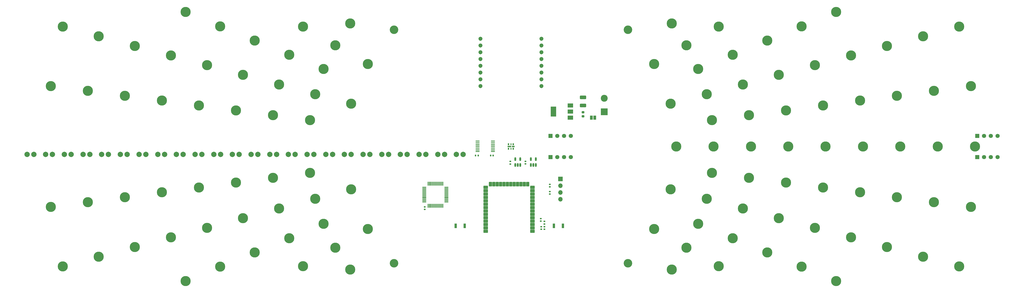
<source format=gbr>
%TF.GenerationSoftware,KiCad,Pcbnew,7.0.8*%
%TF.CreationDate,2023-11-15T16:38:26+01:00*%
%TF.ProjectId,main_board_new-3.2,6d61696e-5f62-46f6-9172-645f6e65772d,rev?*%
%TF.SameCoordinates,Original*%
%TF.FileFunction,Soldermask,Top*%
%TF.FilePolarity,Negative*%
%FSLAX46Y46*%
G04 Gerber Fmt 4.6, Leading zero omitted, Abs format (unit mm)*
G04 Created by KiCad (PCBNEW 7.0.8) date 2023-11-15 16:38:26*
%MOMM*%
%LPD*%
G01*
G04 APERTURE LIST*
G04 Aperture macros list*
%AMRoundRect*
0 Rectangle with rounded corners*
0 $1 Rounding radius*
0 $2 $3 $4 $5 $6 $7 $8 $9 X,Y pos of 4 corners*
0 Add a 4 corners polygon primitive as box body*
4,1,4,$2,$3,$4,$5,$6,$7,$8,$9,$2,$3,0*
0 Add four circle primitives for the rounded corners*
1,1,$1+$1,$2,$3*
1,1,$1+$1,$4,$5*
1,1,$1+$1,$6,$7*
1,1,$1+$1,$8,$9*
0 Add four rect primitives between the rounded corners*
20,1,$1+$1,$2,$3,$4,$5,0*
20,1,$1+$1,$4,$5,$6,$7,0*
20,1,$1+$1,$6,$7,$8,$9,0*
20,1,$1+$1,$8,$9,$2,$3,0*%
G04 Aperture macros list end*
%ADD10C,0.780999*%
%ADD11RoundRect,0.102000X0.684000X0.684000X-0.684000X0.684000X-0.684000X-0.684000X0.684000X-0.684000X0*%
%ADD12C,1.572000*%
%ADD13C,3.800000*%
%ADD14C,3.200000*%
%ADD15RoundRect,0.102000X0.750000X0.450000X-0.750000X0.450000X-0.750000X-0.450000X0.750000X-0.450000X0*%
%ADD16RoundRect,0.102000X0.450000X0.750000X-0.450000X0.750000X-0.450000X-0.750000X0.450000X-0.750000X0*%
%ADD17RoundRect,0.140000X-0.170000X0.140000X-0.170000X-0.140000X0.170000X-0.140000X0.170000X0.140000X0*%
%ADD18C,2.000000*%
%ADD19R,2.000000X1.500000*%
%ADD20R,2.000000X3.800000*%
%ADD21RoundRect,0.140000X0.170000X-0.140000X0.170000X0.140000X-0.170000X0.140000X-0.170000X-0.140000X0*%
%ADD22RoundRect,0.100000X0.637500X0.100000X-0.637500X0.100000X-0.637500X-0.100000X0.637500X-0.100000X0*%
%ADD23R,0.900000X1.700000*%
%ADD24RoundRect,0.150000X0.150000X-0.512500X0.150000X0.512500X-0.150000X0.512500X-0.150000X-0.512500X0*%
%ADD25R,1.000000X1.500000*%
%ADD26RoundRect,0.250000X0.925000X-0.412500X0.925000X0.412500X-0.925000X0.412500X-0.925000X-0.412500X0*%
%ADD27RoundRect,0.135000X0.185000X-0.135000X0.185000X0.135000X-0.185000X0.135000X-0.185000X-0.135000X0*%
%ADD28RoundRect,0.140000X0.140000X0.170000X-0.140000X0.170000X-0.140000X-0.170000X0.140000X-0.170000X0*%
%ADD29RoundRect,0.225000X0.250000X-0.225000X0.250000X0.225000X-0.250000X0.225000X-0.250000X-0.225000X0*%
%ADD30R,1.700000X1.700000*%
%ADD31O,1.700000X1.700000*%
%ADD32R,0.500000X0.800000*%
%ADD33R,1.000000X0.500000*%
%ADD34R,0.300000X0.800000*%
%ADD35R,1.480000X0.500000*%
%ADD36RoundRect,0.075000X-0.662500X-0.075000X0.662500X-0.075000X0.662500X0.075000X-0.662500X0.075000X0*%
%ADD37RoundRect,0.075000X-0.075000X-0.662500X0.075000X-0.662500X0.075000X0.662500X-0.075000X0.662500X0*%
%ADD38R,2.600000X2.600000*%
%ADD39C,2.600000*%
G04 APERTURE END LIST*
%TO.C,J10*%
D10*
X213960499Y-184521000D02*
G75*
G03*
X213960499Y-184521000I-390499J0D01*
G01*
X213960499Y-187061000D02*
G75*
G03*
X213960499Y-187061000I-390499J0D01*
G01*
X213960499Y-189601000D02*
G75*
G03*
X213960499Y-189601000I-390499J0D01*
G01*
X213960499Y-192141000D02*
G75*
G03*
X213960499Y-192141000I-390499J0D01*
G01*
X213960499Y-194681000D02*
G75*
G03*
X213960499Y-194681000I-390499J0D01*
G01*
X213960499Y-197221000D02*
G75*
G03*
X213960499Y-197221000I-390499J0D01*
G01*
X213960499Y-199761000D02*
G75*
G03*
X213960499Y-199761000I-390499J0D01*
G01*
X213960499Y-202301000D02*
G75*
G03*
X213960499Y-202301000I-390499J0D01*
G01*
%TO.C,J9*%
X236820499Y-184521000D02*
G75*
G03*
X236820499Y-184521000I-390499J0D01*
G01*
X236820499Y-187061000D02*
G75*
G03*
X236820499Y-187061000I-390499J0D01*
G01*
X236820499Y-189601000D02*
G75*
G03*
X236820499Y-189601000I-390499J0D01*
G01*
X236820499Y-192141000D02*
G75*
G03*
X236820499Y-192141000I-390499J0D01*
G01*
X236820499Y-194681000D02*
G75*
G03*
X236820499Y-194681000I-390499J0D01*
G01*
X236820499Y-197221000D02*
G75*
G03*
X236820499Y-197221000I-390499J0D01*
G01*
X236820499Y-199761000D02*
G75*
G03*
X236820499Y-199761000I-390499J0D01*
G01*
X236820499Y-202301000D02*
G75*
G03*
X236820499Y-202301000I-390499J0D01*
G01*
%TD*%
D11*
%TO.C,J7*%
X239800000Y-229000000D03*
D12*
X242340000Y-229000000D03*
X244880000Y-229000000D03*
X247420000Y-229000000D03*
%TD*%
D13*
%TO.C,H1*%
X338979248Y-255540647D03*
%TD*%
D14*
%TO.C,H60*%
X268840620Y-268840620D03*
%TD*%
D13*
%TO.C,H1*%
X314230038Y-236747357D03*
%TD*%
%TO.C,H1*%
X97497791Y-190835886D03*
%TD*%
%TO.C,H1*%
X328110266Y-211425276D03*
%TD*%
%TO.C,H1*%
X56928906Y-179965486D03*
%TD*%
%TO.C,H1*%
X80249050Y-244056824D03*
%TD*%
D15*
%TO.C,U34*%
X233063000Y-256870000D03*
X233063000Y-255600000D03*
X233063000Y-254330000D03*
X233063000Y-253060000D03*
X233063000Y-251790000D03*
X233063000Y-250520000D03*
X233063000Y-249250000D03*
X233063000Y-247980000D03*
X233063000Y-246710000D03*
X233063000Y-245440000D03*
X233063000Y-244170000D03*
X233063000Y-242900000D03*
X233063000Y-241630000D03*
X233063000Y-240360000D03*
D16*
X231298000Y-239110000D03*
X230028000Y-239110000D03*
X228758000Y-239110000D03*
X227488000Y-239110000D03*
X226218000Y-239110000D03*
X224948000Y-239110000D03*
X223678000Y-239110000D03*
X222408000Y-239110000D03*
X221138000Y-239110000D03*
X219868000Y-239110000D03*
X218598000Y-239110000D03*
X217328000Y-239110000D03*
D15*
X215563000Y-240360000D03*
X215563000Y-241630000D03*
X215563000Y-242900000D03*
X215563000Y-244170000D03*
X215563000Y-245440000D03*
X215563000Y-246710000D03*
X215563000Y-247980000D03*
X215563000Y-249250000D03*
X215563000Y-250520000D03*
X215563000Y-251790000D03*
X215563000Y-253060000D03*
X215563000Y-254330000D03*
X215563000Y-255600000D03*
X215563000Y-256870000D03*
%TD*%
D13*
%TO.C,H1*%
X147057714Y-180000000D03*
%TD*%
%TO.C,H1*%
X346952098Y-275514213D03*
%TD*%
D17*
%TO.C,C1*%
X237573000Y-255132100D03*
X237573000Y-256092100D03*
%TD*%
D18*
%TO.C,H45*%
X158100000Y-227939000D03*
%TD*%
%TO.C,H23*%
X81100000Y-227939000D03*
%TD*%
D14*
%TO.C,H60*%
X268840620Y-181159380D03*
%TD*%
D13*
%TO.C,H1*%
X124543714Y-198082819D03*
%TD*%
%TO.C,H1*%
X397511406Y-247711557D03*
%TD*%
%TO.C,H1*%
X128916529Y-264799077D03*
%TD*%
%TO.C,H1*%
X171306425Y-256000000D03*
%TD*%
%TO.C,H1*%
X355870722Y-242229457D03*
%TD*%
%TO.C,H1*%
X334017785Y-179843355D03*
%TD*%
%TO.C,H1*%
X141850842Y-190558491D03*
%TD*%
D18*
%TO.C,H57*%
X200100000Y-227939000D03*
%TD*%
D13*
%TO.C,H1*%
X121889734Y-238574724D03*
%TD*%
D14*
%TO.C,H60*%
X181159380Y-268840620D03*
%TD*%
D13*
%TO.C,H1*%
X154785156Y-195916059D03*
%TD*%
D18*
%TO.C,H18*%
X64560000Y-227939000D03*
%TD*%
D13*
%TO.C,H1*%
X66368822Y-204115809D03*
%TD*%
%TO.C,H1*%
X385000000Y-225000000D03*
%TD*%
%TO.C,H1*%
X159182069Y-187000000D03*
%TD*%
%TO.C,H1*%
X302942286Y-270000000D03*
%TD*%
D11*
%TO.C,J8*%
X399820000Y-229000000D03*
D12*
X402360000Y-229000000D03*
X404900000Y-229000000D03*
X407440000Y-229000000D03*
%TD*%
D18*
%TO.C,H36*%
X127560000Y-227939000D03*
%TD*%
D13*
%TO.C,H1*%
X284887401Y-208953219D03*
%TD*%
D19*
%TO.C,IC3*%
X247268000Y-214155000D03*
X247268000Y-211855000D03*
X247268000Y-209555000D03*
D20*
X240968000Y-211855000D03*
%TD*%
D13*
%TO.C,H1*%
X128916529Y-185200923D03*
%TD*%
%TO.C,H1*%
X366025171Y-187212419D03*
%TD*%
D18*
%TO.C,H15*%
X53100000Y-227939000D03*
%TD*%
D13*
%TO.C,H1*%
X357000000Y-225000000D03*
%TD*%
D21*
%TO.C,C6*%
X224746000Y-231576000D03*
X224746000Y-230616000D03*
%TD*%
D13*
%TO.C,H1*%
X154785156Y-254083941D03*
%TD*%
D22*
%TO.C,IC2*%
X218254500Y-226902000D03*
X218254500Y-226252000D03*
X218254500Y-225602000D03*
X218254500Y-224952000D03*
X218254500Y-224302000D03*
X218254500Y-223652000D03*
X218254500Y-223002000D03*
X212529500Y-223002000D03*
X212529500Y-223652000D03*
X212529500Y-224302000D03*
X212529500Y-224952000D03*
X212529500Y-225602000D03*
X212529500Y-226252000D03*
X212529500Y-226902000D03*
%TD*%
D18*
%TO.C,H21*%
X74100000Y-227939000D03*
%TD*%
%TO.C,H28*%
X99560000Y-227939000D03*
%TD*%
D23*
%TO.C,SW2*%
X244480000Y-254845000D03*
X241080000Y-254845000D03*
%TD*%
D13*
%TO.C,H1*%
X83974829Y-187212419D03*
%TD*%
%TO.C,H1*%
X383631178Y-245884191D03*
%TD*%
D18*
%TO.C,H54*%
X190560000Y-227939000D03*
%TD*%
D13*
%TO.C,H1*%
X371000000Y-225000000D03*
%TD*%
D18*
%TO.C,H12*%
X43560000Y-227939000D03*
%TD*%
D24*
%TO.C,U1*%
X232432000Y-231979500D03*
X233382000Y-231979500D03*
X234332000Y-231979500D03*
X234332000Y-229704500D03*
X232432000Y-229704500D03*
%TD*%
D13*
%TO.C,H1*%
X393071094Y-270034514D03*
%TD*%
D18*
%TO.C,H46*%
X162560000Y-227939000D03*
%TD*%
%TO.C,H16*%
X57560000Y-227939000D03*
%TD*%
D13*
%TO.C,H1*%
X165112599Y-208953219D03*
%TD*%
D18*
%TO.C,H14*%
X50560000Y-227939000D03*
%TD*%
D13*
%TO.C,H1*%
X328110266Y-238574724D03*
%TD*%
D21*
%TO.C,C2*%
X236176000Y-253044100D03*
X236176000Y-252084100D03*
%TD*%
D25*
%TO.C,JP1*%
X256452000Y-214141000D03*
X255152000Y-214141000D03*
%TD*%
D18*
%TO.C,H26*%
X92560000Y-227939000D03*
%TD*%
D13*
%TO.C,H1*%
X352502209Y-259164114D03*
%TD*%
D18*
%TO.C,H22*%
X78560000Y-227939000D03*
%TD*%
%TO.C,H43*%
X151100000Y-227939000D03*
%TD*%
D13*
%TO.C,H1*%
X300349809Y-215080009D03*
%TD*%
%TO.C,H1*%
X124543714Y-251917181D03*
%TD*%
%TO.C,H1*%
X121889734Y-211425276D03*
%TD*%
%TO.C,H1*%
X103047902Y-174485787D03*
%TD*%
%TO.C,H1*%
X115982215Y-270156645D03*
%TD*%
D26*
%TO.C,C37*%
X251992000Y-209582500D03*
X251992000Y-206507500D03*
%TD*%
D13*
%TO.C,H1*%
X301000000Y-225000000D03*
%TD*%
%TO.C,H1*%
X399000000Y-225000000D03*
%TD*%
%TO.C,H1*%
X308149158Y-259441509D03*
%TD*%
%TO.C,H1*%
X159182069Y-263000000D03*
%TD*%
D18*
%TO.C,H34*%
X120560000Y-227939000D03*
%TD*%
D13*
%TO.C,H1*%
X366025171Y-262787581D03*
%TD*%
D18*
%TO.C,H48*%
X169560000Y-227939000D03*
%TD*%
%TO.C,H31*%
X109100000Y-227939000D03*
%TD*%
D13*
%TO.C,H1*%
X295214844Y-254083941D03*
%TD*%
%TO.C,H1*%
X369750950Y-244056824D03*
%TD*%
%TO.C,H1*%
X149650191Y-215080009D03*
%TD*%
%TO.C,H1*%
X284887401Y-241046781D03*
%TD*%
D18*
%TO.C,H37*%
X130100000Y-227939000D03*
%TD*%
D13*
%TO.C,H1*%
X138066676Y-248293714D03*
%TD*%
%TO.C,H1*%
X298410363Y-244670247D03*
%TD*%
D18*
%TO.C,H47*%
X165100000Y-227939000D03*
%TD*%
D13*
%TO.C,H1*%
X311933324Y-248293714D03*
%TD*%
%TO.C,H1*%
X165112599Y-241046781D03*
%TD*%
%TO.C,H1*%
X115982215Y-179843355D03*
%TD*%
%TO.C,H1*%
X141850842Y-259441509D03*
%TD*%
%TO.C,H1*%
X97497791Y-259164114D03*
%TD*%
%TO.C,H1*%
X52488594Y-202288443D03*
%TD*%
%TO.C,H1*%
X314230038Y-213252643D03*
%TD*%
%TO.C,H1*%
X341990494Y-209597909D03*
%TD*%
D18*
%TO.C,H33*%
X116100000Y-227939000D03*
%TD*%
D27*
%TO.C,R3*%
X237573000Y-254155450D03*
X237573000Y-253135450D03*
%TD*%
D18*
%TO.C,H44*%
X155560000Y-227939000D03*
%TD*%
D13*
%TO.C,H1*%
X52488594Y-247711557D03*
%TD*%
%TO.C,H1*%
X70451868Y-266411047D03*
%TD*%
D21*
%TO.C,C4*%
X239605000Y-240145600D03*
X239605000Y-239185600D03*
%TD*%
D18*
%TO.C,H49*%
X172100000Y-227939000D03*
%TD*%
%TO.C,H20*%
X71560000Y-227939000D03*
%TD*%
%TO.C,H58*%
X204560000Y-227939000D03*
%TD*%
D13*
%TO.C,H1*%
X285294854Y-271265869D03*
%TD*%
%TO.C,H1*%
X164705146Y-271265869D03*
%TD*%
%TO.C,H1*%
X308149158Y-190558491D03*
%TD*%
%TO.C,H1*%
X80249050Y-205943176D03*
%TD*%
%TO.C,H1*%
X135769962Y-236747357D03*
%TD*%
%TO.C,H1*%
X108009506Y-209597909D03*
%TD*%
D28*
%TO.C,C12*%
X218317200Y-228352800D03*
X217357200Y-228352800D03*
%TD*%
D13*
%TO.C,H1*%
X341990494Y-240402091D03*
%TD*%
%TO.C,H1*%
X379548132Y-183588953D03*
%TD*%
%TO.C,H1*%
X321083471Y-264799077D03*
%TD*%
D29*
%TO.C,C38*%
X251992000Y-213646000D03*
X251992000Y-212096000D03*
%TD*%
D17*
%TO.C,C3*%
X239595400Y-241900800D03*
X239595400Y-242860800D03*
%TD*%
D13*
%TO.C,H1*%
X83974829Y-262787581D03*
%TD*%
D18*
%TO.C,H25*%
X88100000Y-227939000D03*
%TD*%
D13*
%TO.C,H1*%
X111020752Y-255540647D03*
%TD*%
%TO.C,H1*%
X290817931Y-263000000D03*
%TD*%
D30*
%TO.C,J1*%
X243528000Y-237215000D03*
D31*
X243528000Y-239755000D03*
X243528000Y-242295000D03*
X243528000Y-244835000D03*
%TD*%
D13*
%TO.C,H1*%
X138066676Y-201706286D03*
%TD*%
D18*
%TO.C,H24*%
X85560000Y-227939000D03*
%TD*%
%TO.C,H40*%
X141560000Y-227939000D03*
%TD*%
D13*
%TO.C,H1*%
X149650191Y-234919991D03*
%TD*%
%TO.C,H1*%
X151589637Y-244670247D03*
%TD*%
D32*
%TO.C,D1*%
X225900000Y-224150000D03*
D33*
X225830000Y-225000000D03*
D34*
X225000000Y-224150000D03*
D32*
X224100000Y-224150000D03*
X224100000Y-225850000D03*
D34*
X225000000Y-225850000D03*
D35*
X224410000Y-225000000D03*
D32*
X225900000Y-225850000D03*
%TD*%
D13*
%TO.C,H1*%
X56928906Y-270034514D03*
%TD*%
D18*
%TO.C,H50*%
X176560000Y-227939000D03*
%TD*%
D13*
%TO.C,H1*%
X315000000Y-225000000D03*
%TD*%
%TO.C,H1*%
X94129278Y-242229457D03*
%TD*%
%TO.C,H1*%
X325456286Y-198082819D03*
%TD*%
D18*
%TO.C,H35*%
X123100000Y-227939000D03*
%TD*%
D13*
%TO.C,H1*%
X355870722Y-207770543D03*
%TD*%
D21*
%TO.C,C5*%
X230461000Y-231562000D03*
X230461000Y-230602000D03*
%TD*%
D17*
%TO.C,C36*%
X236371000Y-255132100D03*
X236371000Y-256092100D03*
%TD*%
D18*
%TO.C,H41*%
X144100000Y-227939000D03*
%TD*%
D13*
%TO.C,H1*%
X278693575Y-194000000D03*
%TD*%
%TO.C,H1*%
X290817931Y-187000000D03*
%TD*%
%TO.C,H1*%
X346952098Y-174485787D03*
%TD*%
D18*
%TO.C,H29*%
X102100000Y-227939000D03*
%TD*%
%TO.C,H13*%
X46100000Y-227939000D03*
%TD*%
D13*
%TO.C,H1*%
X383631178Y-204115809D03*
%TD*%
D21*
%TO.C,C34*%
X192683000Y-248621000D03*
X192683000Y-247661000D03*
%TD*%
D13*
%TO.C,H1*%
X66368822Y-245884191D03*
%TD*%
D18*
%TO.C,H38*%
X134560000Y-227939000D03*
%TD*%
D13*
%TO.C,H1*%
X300349809Y-234919991D03*
%TD*%
D28*
%TO.C,C35*%
X212719000Y-228356000D03*
X211759000Y-228356000D03*
%TD*%
D13*
%TO.C,H1*%
X111020752Y-194459353D03*
%TD*%
D18*
%TO.C,H53*%
X186100000Y-227939000D03*
%TD*%
D11*
%TO.C,J6*%
X399820000Y-221000000D03*
D12*
X402360000Y-221000000D03*
X404900000Y-221000000D03*
X407440000Y-221000000D03*
%TD*%
D13*
%TO.C,H1*%
X369750950Y-205943176D03*
%TD*%
%TO.C,H1*%
X164705146Y-178734131D03*
%TD*%
%TO.C,H1*%
X393071094Y-179965486D03*
%TD*%
D18*
%TO.C,H55*%
X193100000Y-227939000D03*
%TD*%
D13*
%TO.C,H1*%
X397511406Y-202288443D03*
%TD*%
D18*
%TO.C,H59*%
X207100000Y-227939000D03*
%TD*%
D23*
%TO.C,SW1*%
X204250000Y-254845000D03*
X207650000Y-254845000D03*
%TD*%
D13*
%TO.C,H1*%
X171306425Y-194000000D03*
%TD*%
%TO.C,H1*%
X147057714Y-270000000D03*
%TD*%
D24*
%TO.C,U2*%
X226590000Y-231979500D03*
X227540000Y-231979500D03*
X228490000Y-231979500D03*
X228490000Y-229704500D03*
X226590000Y-229704500D03*
%TD*%
D14*
%TO.C,H60*%
X181159380Y-181159380D03*
%TD*%
D13*
%TO.C,H1*%
X295214844Y-195916059D03*
%TD*%
%TO.C,H1*%
X302942286Y-180000000D03*
%TD*%
D18*
%TO.C,H19*%
X67100000Y-227939000D03*
%TD*%
D13*
%TO.C,H1*%
X352502209Y-190835886D03*
%TD*%
%TO.C,H1*%
X135769962Y-213252643D03*
%TD*%
%TO.C,H1*%
X379548132Y-266411047D03*
%TD*%
%TO.C,H1*%
X321083471Y-185200923D03*
%TD*%
%TO.C,H1*%
X334017785Y-270156645D03*
%TD*%
D18*
%TO.C,H27*%
X95100000Y-227939000D03*
%TD*%
%TO.C,H39*%
X137100000Y-227939000D03*
%TD*%
D11*
%TO.C,J5*%
X239800000Y-221000000D03*
D12*
X242340000Y-221000000D03*
X244880000Y-221000000D03*
X247420000Y-221000000D03*
%TD*%
D13*
%TO.C,H1*%
X298410363Y-205329753D03*
%TD*%
%TO.C,H1*%
X94129278Y-207770543D03*
%TD*%
%TO.C,H1*%
X108009506Y-240402091D03*
%TD*%
%TO.C,H1*%
X311933324Y-201706286D03*
%TD*%
%TO.C,H1*%
X325456286Y-251917181D03*
%TD*%
%TO.C,H1*%
X70451868Y-183588953D03*
%TD*%
D18*
%TO.C,H32*%
X113560000Y-227939000D03*
%TD*%
%TO.C,H52*%
X183560000Y-227939000D03*
%TD*%
%TO.C,H30*%
X106560000Y-227939000D03*
%TD*%
D13*
%TO.C,H1*%
X329000000Y-225000000D03*
%TD*%
D18*
%TO.C,H17*%
X60100000Y-227939000D03*
%TD*%
D13*
%TO.C,H1*%
X338979248Y-194459353D03*
%TD*%
D18*
%TO.C,H51*%
X179100000Y-227939000D03*
%TD*%
%TO.C,H56*%
X197560000Y-227939000D03*
%TD*%
D13*
%TO.C,H1*%
X278693575Y-256000000D03*
%TD*%
%TO.C,H1*%
X103047902Y-275514213D03*
%TD*%
%TO.C,H1*%
X287000000Y-225000000D03*
%TD*%
%TO.C,H1*%
X151589637Y-205329753D03*
%TD*%
%TO.C,H1*%
X285294854Y-178734131D03*
%TD*%
%TO.C,H1*%
X343000000Y-225000000D03*
%TD*%
D18*
%TO.C,H42*%
X148560000Y-227939000D03*
%TD*%
D36*
%TO.C,IC1*%
X192499452Y-240348000D03*
X192499452Y-240848000D03*
X192499452Y-241348000D03*
X192499452Y-241848000D03*
X192499452Y-242348000D03*
X192499452Y-242848000D03*
X192499452Y-243348000D03*
X192499452Y-243848000D03*
X192499452Y-244348000D03*
X192499452Y-244848000D03*
X192499452Y-245348000D03*
X192499452Y-245848000D03*
D37*
X193911952Y-247260500D03*
X194411952Y-247260500D03*
X194911952Y-247260500D03*
X195411952Y-247260500D03*
X195911952Y-247260500D03*
X196411952Y-247260500D03*
X196911952Y-247260500D03*
X197411952Y-247260500D03*
X197911952Y-247260500D03*
X198411952Y-247260500D03*
X198911952Y-247260500D03*
X199411952Y-247260500D03*
D36*
X200824452Y-245848000D03*
X200824452Y-245348000D03*
X200824452Y-244848000D03*
X200824452Y-244348000D03*
X200824452Y-243848000D03*
X200824452Y-243348000D03*
X200824452Y-242848000D03*
X200824452Y-242348000D03*
X200824452Y-241848000D03*
X200824452Y-241348000D03*
X200824452Y-240848000D03*
X200824452Y-240348000D03*
D37*
X199411952Y-238935500D03*
X198911952Y-238935500D03*
X198411952Y-238935500D03*
X197911952Y-238935500D03*
X197411952Y-238935500D03*
X196911952Y-238935500D03*
X196411952Y-238935500D03*
X195911952Y-238935500D03*
X195411952Y-238935500D03*
X194911952Y-238935500D03*
X194411952Y-238935500D03*
X193911952Y-238935500D03*
%TD*%
D38*
%TO.C,J11*%
X260000000Y-212000000D03*
D39*
X260000000Y-206920000D03*
%TD*%
M02*

</source>
